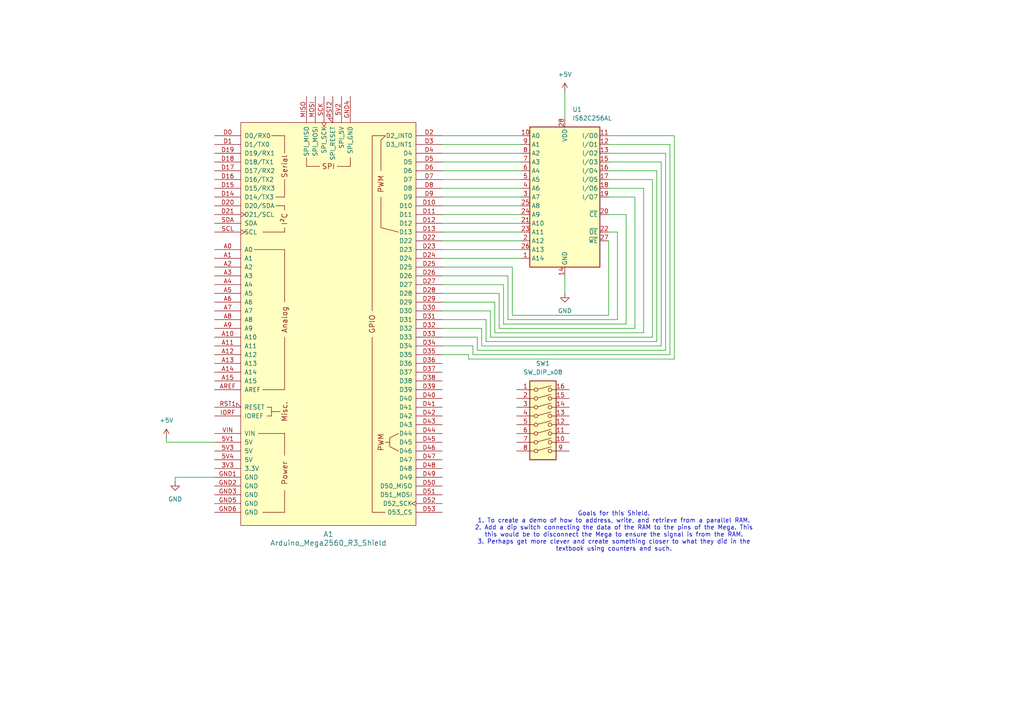
<source format=kicad_sch>
(kicad_sch (version 20231120) (generator "eeschema") (generator_version "8.0")
  (paper "A4")
  (lib_symbols
    (symbol "Memory_RAM:IS62C256AL"
      (property "Reference" "U" (at -9.144 21.844 0))
      (property "Value" "IS62C256AL" (at 8.128 21.844 0))
      (symbol "IS62C256AL_0_0"
        (pin power_in line (at 0 -22.86 90) (length 2.54) (name "GND") (number "14"))
      )
      (symbol "IS62C256AL_0_1"
        (rectangle (start -10.16 20.32) (end 10.16 -20.32) (stroke (width 0.254)) (fill (type background)))
      )
      (symbol "IS62C256AL_1_0"
        (pin power_in line (at 0 22.86 270) (length 2.54) (name "VDD") (number "28"))
      )
      (symbol "IS62C256AL_1_1"
        (pin input line (at -12.7 -17.78 0) (length 2.54) (name "A14") (number "1"))
        (pin input line (at -12.7 17.78 0) (length 2.54) (name "A0") (number "10"))
        (pin tri_state line (at 12.7 17.78 180) (length 2.54) (name "I/O0") (number "11"))
        (pin tri_state line (at 12.7 15.24 180) (length 2.54) (name "I/O1") (number "12"))
        (pin tri_state line (at 12.7 12.7 180) (length 2.54) (name "I/O2") (number "13"))
        (pin tri_state line (at 12.7 10.16 180) (length 2.54) (name "I/O3") (number "15"))
        (pin tri_state line (at 12.7 7.62 180) (length 2.54) (name "I/O4") (number "16"))
        (pin tri_state line (at 12.7 5.08 180) (length 2.54) (name "I/O5") (number "17"))
        (pin tri_state line (at 12.7 2.54 180) (length 2.54) (name "I/O6") (number "18"))
        (pin tri_state line (at 12.7 0 180) (length 2.54) (name "I/O7") (number "19"))
        (pin input line (at -12.7 -12.7 0) (length 2.54) (name "A12") (number "2"))
        (pin input line (at 12.7 -5.08 180) (length 2.54) (name "~{CE}") (number "20"))
        (pin input line (at -12.7 -7.62 0) (length 2.54) (name "A10") (number "21"))
        (pin input line (at 12.7 -10.16 180) (length 2.54) (name "~{OE}") (number "22"))
        (pin input line (at -12.7 -10.16 0) (length 2.54) (name "A11") (number "23"))
        (pin input line (at -12.7 -5.08 0) (length 2.54) (name "A9") (number "24"))
        (pin input line (at -12.7 -2.54 0) (length 2.54) (name "A8") (number "25"))
        (pin input line (at -12.7 -15.24 0) (length 2.54) (name "A13") (number "26"))
        (pin input line (at 12.7 -12.7 180) (length 2.54) (name "~{WE}") (number "27"))
        (pin input line (at -12.7 0 0) (length 2.54) (name "A7") (number "3"))
        (pin input line (at -12.7 2.54 0) (length 2.54) (name "A6") (number "4"))
        (pin input line (at -12.7 5.08 0) (length 2.54) (name "A5") (number "5"))
        (pin input line (at -12.7 7.62 0) (length 2.54) (name "A4") (number "6"))
        (pin input line (at -12.7 10.16 0) (length 2.54) (name "A3") (number "7"))
        (pin input line (at -12.7 12.7 0) (length 2.54) (name "A2") (number "8"))
        (pin input line (at -12.7 15.24 0) (length 2.54) (name "A1") (number "9"))
      )
    )
    (symbol "Switch:SW_DIP_x08" (pin_names (offset 0) hide)
      (property "Reference" "SW" (at 0 13.97 0))
      (property "Value" "SW_DIP_x08" (at 0 -11.43 0))
      (symbol "SW_DIP_x08_0_0"
        (circle (center -2.032 -7.62) (radius 0.508))
        (circle (center -2.032 -5.08) (radius 0.508))
        (circle (center -2.032 -2.54) (radius 0.508))
        (circle (center -2.032 0) (radius 0.508))
        (circle (center -2.032 2.54) (radius 0.508))
        (circle (center -2.032 5.08) (radius 0.508))
        (circle (center -2.032 7.62) (radius 0.508))
        (circle (center -2.032 10.16) (radius 0.508))
        (polyline (pts (xy -1.524 -7.4676) (xy 2.3622 -6.4262)))
        (polyline (pts (xy -1.524 -4.9276) (xy 2.3622 -3.8862)))
        (polyline (pts (xy -1.524 -2.3876) (xy 2.3622 -1.3462)))
        (polyline (pts (xy -1.524 0.127) (xy 2.3622 1.1684)))
        (polyline (pts (xy -1.524 2.667) (xy 2.3622 3.7084)))
        (polyline (pts (xy -1.524 5.207) (xy 2.3622 6.2484)))
        (polyline (pts (xy -1.524 7.747) (xy 2.3622 8.7884)))
        (polyline (pts (xy -1.524 10.287) (xy 2.3622 11.3284)))
        (circle (center 2.032 -7.62) (radius 0.508))
        (circle (center 2.032 -5.08) (radius 0.508))
        (circle (center 2.032 -2.54) (radius 0.508))
        (circle (center 2.032 0) (radius 0.508))
        (circle (center 2.032 2.54) (radius 0.508))
        (circle (center 2.032 5.08) (radius 0.508))
        (circle (center 2.032 7.62) (radius 0.508))
        (circle (center 2.032 10.16) (radius 0.508))
      )
      (symbol "SW_DIP_x08_0_1"
        (rectangle (start -3.81 12.7) (end 3.81 -10.16) (stroke (width 0.254)) (fill (type background)))
      )
      (symbol "SW_DIP_x08_1_1"
        (pin passive line (at -7.62 10.16 0) (length 5.08) (name "~") (number "1"))
        (pin passive line (at 7.62 -5.08 180) (length 5.08) (name "~") (number "10"))
        (pin passive line (at 7.62 -2.54 180) (length 5.08) (name "~") (number "11"))
        (pin passive line (at 7.62 0 180) (length 5.08) (name "~") (number "12"))
        (pin passive line (at 7.62 2.54 180) (length 5.08) (name "~") (number "13"))
        (pin passive line (at 7.62 5.08 180) (length 5.08) (name "~") (number "14"))
        (pin passive line (at 7.62 7.62 180) (length 5.08) (name "~") (number "15"))
        (pin passive line (at 7.62 10.16 180) (length 5.08) (name "~") (number "16"))
        (pin passive line (at -7.62 7.62 0) (length 5.08) (name "~") (number "2"))
        (pin passive line (at -7.62 5.08 0) (length 5.08) (name "~") (number "3"))
        (pin passive line (at -7.62 2.54 0) (length 5.08) (name "~") (number "4"))
        (pin passive line (at -7.62 0 0) (length 5.08) (name "~") (number "5"))
        (pin passive line (at -7.62 -2.54 0) (length 5.08) (name "~") (number "6"))
        (pin passive line (at -7.62 -5.08 0) (length 5.08) (name "~") (number "7"))
        (pin passive line (at -7.62 -7.62 0) (length 5.08) (name "~") (number "8"))
        (pin passive line (at 7.62 -7.62 180) (length 5.08) (name "~") (number "9"))
      )
    )
    (symbol "arduino-library:Arduino_Mega2560_R3_Shield" (pin_names (offset 1.016))
      (property "Reference" "A" (at 0 -62.23 0))
      (property "Value" "Arduino_Mega2560_R3_Shield" (at 0 -66.04 0))
      (symbol "Arduino_Mega2560_R3_Shield_0_0"
        (rectangle (start -25.4 -58.42) (end 25.4 58.42) (fill (type background)))
        (rectangle (start -20.32 -31.75) (end -12.7 -31.75))
        (rectangle (start -19.05 -54.61) (end -12.7 -54.61))
        (rectangle (start -19.05 -19.05) (end -12.7 -19.05))
        (rectangle (start -19.05 26.67) (end -12.7 26.67))
        (rectangle (start -17.78 -26.67) (end -16.51 -26.67))
        (rectangle (start -17.78 -24.13) (end -16.51 -24.13))
        (rectangle (start -16.51 -25.4) (end -13.97 -25.4))
        (rectangle (start -16.51 -24.13) (end -16.51 -26.67))
        (rectangle (start -16.51 54.61) (end -12.7 54.61))
        (rectangle (start -15.24 34.29) (end -12.7 34.29))
        (rectangle (start -15.24 36.83) (end -12.7 36.83))
        (rectangle (start -12.7 -54.61) (end -12.7 -48.26))
        (rectangle (start -12.7 -31.75) (end -12.7 -38.1))
        (rectangle (start -12.7 26.67) (end -12.7 27.94))
        (rectangle (start -12.7 34.29) (end -12.7 33.02))
        (rectangle (start -12.7 41.91) (end -12.7 36.83))
        (rectangle (start -12.7 49.53) (end -12.7 54.61))
        (rectangle (start -6.35 48.26) (end -6.35 45.72))
        (rectangle (start -2.54 45.72) (end -6.35 45.72))
        (polyline (pts (xy -21.59 21.59) (xy -12.7 21.59)))
        (polyline (pts (xy -12.7 -19.05) (xy -12.7 -3.81)))
        (polyline (pts (xy -12.7 6.35) (xy -12.7 21.59)))
        (polyline (pts (xy 12.7 -54.61) (xy 16.51 -54.61)))
        (polyline (pts (xy 12.7 54.61) (xy 16.51 54.61)))
        (polyline (pts (xy 17.78 -34.29) (xy 16.51 -34.29)))
        (polyline (pts (xy 15.24 36.83) (xy 15.24 27.94) (xy 20.32 26.67)))
        (polyline (pts (xy 15.24 44.45) (xy 15.24 53.34) (xy 16.51 54.61)))
        (polyline (pts (xy 20.32 -31.75) (xy 17.78 -33.02) (xy 17.78 -35.56) (xy 20.32 -36.83)))
        (rectangle (start 6.35 45.72) (end 2.54 45.72))
        (rectangle (start 6.35 48.26) (end 6.35 45.72))
        (text "Analog" (at -12.7 1.27 900) (effects (font (size 1.524 1.524))))
        (text "I²C" (at -12.7 30.48 900) (effects (font (size 1.524 1.524))))
        (text "Misc." (at -12.7 -25.4 900) (effects (font (size 1.524 1.524))))
        (text "Power" (at -12.7 -43.18 900) (effects (font (size 1.524 1.524))))
        (text "PWM" (at 15.24 -34.29 900) (effects (font (size 1.524 1.524))))
        (text "PWM" (at 15.24 40.64 900) (effects (font (size 1.524 1.524))))
        (text "Serial" (at -12.7 45.72 900) (effects (font (size 1.524 1.524))))
        (text "SPI" (at 0 45.72 0) (effects (font (size 1.524 1.524))))
      )
      (symbol "Arduino_Mega2560_R3_Shield_1_0"
        (rectangle (start 12.7 -54.61) (end 12.7 -3.81))
        (rectangle (start 12.7 54.61) (end 12.7 3.81))
        (text "GPIO" (at 12.7 0 900) (effects (font (size 1.524 1.524))))
      )
      (symbol "Arduino_Mega2560_R3_Shield_1_1"
        (pin power_out line (at -33.02 -41.91 0) (length 7.62) (name "3.3V") (number "3V3"))
        (pin power_in line (at -33.02 -34.29 0) (length 7.62) (name "5V") (number "5V1"))
        (pin power_in line (at 3.81 66.04 270) (length 7.62) (name "SPI_5V") (number "5V2"))
        (pin power_in line (at -33.02 -36.83 0) (length 7.62) (name "5V") (number "5V3"))
        (pin power_in line (at -33.02 -39.37 0) (length 7.62) (name "5V") (number "5V4"))
        (pin bidirectional line (at -33.02 21.59 0) (length 7.62) (name "A0") (number "A0"))
        (pin bidirectional line (at -33.02 19.05 0) (length 7.62) (name "A1") (number "A1"))
        (pin bidirectional line (at -33.02 -3.81 0) (length 7.62) (name "A10") (number "A10"))
        (pin bidirectional line (at -33.02 -6.35 0) (length 7.62) (name "A11") (number "A11"))
        (pin bidirectional line (at -33.02 -8.89 0) (length 7.62) (name "A12") (number "A12"))
        (pin bidirectional line (at -33.02 -11.43 0) (length 7.62) (name "A13") (number "A13"))
        (pin bidirectional line (at -33.02 -13.97 0) (length 7.62) (name "A14") (number "A14"))
        (pin bidirectional line (at -33.02 -16.51 0) (length 7.62) (name "A15") (number "A15"))
        (pin bidirectional line (at -33.02 16.51 0) (length 7.62) (name "A2") (number "A2"))
        (pin bidirectional line (at -33.02 13.97 0) (length 7.62) (name "A3") (number "A3"))
        (pin bidirectional line (at -33.02 11.43 0) (length 7.62) (name "A4") (number "A4"))
        (pin bidirectional line (at -33.02 8.89 0) (length 7.62) (name "A5") (number "A5"))
        (pin bidirectional line (at -33.02 6.35 0) (length 7.62) (name "A6") (number "A6"))
        (pin bidirectional line (at -33.02 3.81 0) (length 7.62) (name "A7") (number "A7"))
        (pin bidirectional line (at -33.02 1.27 0) (length 7.62) (name "A8") (number "A8"))
        (pin bidirectional line (at -33.02 -1.27 0) (length 7.62) (name "A9") (number "A9"))
        (pin input line (at -33.02 -19.05 0) (length 7.62) (name "AREF") (number "AREF"))
        (pin bidirectional line (at -33.02 54.61 0) (length 7.62) (name "D0/RX0") (number "D0"))
        (pin bidirectional line (at -33.02 52.07 0) (length 7.62) (name "D1/TX0") (number "D1"))
        (pin bidirectional line (at 33.02 34.29 180) (length 7.62) (name "D10") (number "D10"))
        (pin bidirectional line (at 33.02 31.75 180) (length 7.62) (name "D11") (number "D11"))
        (pin bidirectional line (at 33.02 29.21 180) (length 7.62) (name "D12") (number "D12"))
        (pin bidirectional line (at 33.02 26.67 180) (length 7.62) (name "D13") (number "D13"))
        (pin bidirectional line (at -33.02 36.83 0) (length 7.62) (name "D14/TX3") (number "D14"))
        (pin bidirectional line (at -33.02 39.37 0) (length 7.62) (name "D15/RX3") (number "D15"))
        (pin bidirectional line (at -33.02 41.91 0) (length 7.62) (name "D16/TX2") (number "D16"))
        (pin bidirectional line (at -33.02 44.45 0) (length 7.62) (name "D17/RX2") (number "D17"))
        (pin bidirectional line (at -33.02 46.99 0) (length 7.62) (name "D18/TX1") (number "D18"))
        (pin bidirectional line (at -33.02 49.53 0) (length 7.62) (name "D19/RX1") (number "D19"))
        (pin bidirectional line (at 33.02 54.61 180) (length 7.62) (name "D2_INT0") (number "D2"))
        (pin bidirectional line (at -33.02 34.29 0) (length 7.62) (name "D20/SDA") (number "D20"))
        (pin bidirectional clock (at -33.02 31.75 0) (length 7.62) (name "D21/SCL") (number "D21"))
        (pin bidirectional line (at 33.02 24.13 180) (length 7.62) (name "D22") (number "D22"))
        (pin bidirectional line (at 33.02 21.59 180) (length 7.62) (name "D23") (number "D23"))
        (pin bidirectional line (at 33.02 19.05 180) (length 7.62) (name "D24") (number "D24"))
        (pin bidirectional line (at 33.02 16.51 180) (length 7.62) (name "D25") (number "D25"))
        (pin bidirectional line (at 33.02 13.97 180) (length 7.62) (name "D26") (number "D26"))
        (pin bidirectional line (at 33.02 11.43 180) (length 7.62) (name "D27") (number "D27"))
        (pin bidirectional line (at 33.02 8.89 180) (length 7.62) (name "D28") (number "D28"))
        (pin bidirectional line (at 33.02 6.35 180) (length 7.62) (name "D29") (number "D29"))
        (pin bidirectional line (at 33.02 52.07 180) (length 7.62) (name "D3_INT1") (number "D3"))
        (pin bidirectional line (at 33.02 3.81 180) (length 7.62) (name "D30") (number "D30"))
        (pin bidirectional line (at 33.02 1.27 180) (length 7.62) (name "D31") (number "D31"))
        (pin bidirectional line (at 33.02 -1.27 180) (length 7.62) (name "D32") (number "D32"))
        (pin bidirectional line (at 33.02 -3.81 180) (length 7.62) (name "D33") (number "D33"))
        (pin bidirectional line (at 33.02 -6.35 180) (length 7.62) (name "D34") (number "D34"))
        (pin bidirectional line (at 33.02 -8.89 180) (length 7.62) (name "D35") (number "D35"))
        (pin bidirectional line (at 33.02 -11.43 180) (length 7.62) (name "D36") (number "D36"))
        (pin bidirectional line (at 33.02 -13.97 180) (length 7.62) (name "D37") (number "D37"))
        (pin bidirectional line (at 33.02 -16.51 180) (length 7.62) (name "D38") (number "D38"))
        (pin bidirectional line (at 33.02 -19.05 180) (length 7.62) (name "D39") (number "D39"))
        (pin bidirectional line (at 33.02 49.53 180) (length 7.62) (name "D4") (number "D4"))
        (pin bidirectional line (at 33.02 -21.59 180) (length 7.62) (name "D40") (number "D40"))
        (pin bidirectional line (at 33.02 -24.13 180) (length 7.62) (name "D41") (number "D41"))
        (pin bidirectional line (at 33.02 -26.67 180) (length 7.62) (name "D42") (number "D42"))
        (pin bidirectional line (at 33.02 -29.21 180) (length 7.62) (name "D43") (number "D43"))
        (pin bidirectional line (at 33.02 -31.75 180) (length 7.62) (name "D44") (number "D44"))
        (pin bidirectional line (at 33.02 -34.29 180) (length 7.62) (name "D45") (number "D45"))
        (pin bidirectional line (at 33.02 -36.83 180) (length 7.62) (name "D46") (number "D46"))
        (pin bidirectional line (at 33.02 -39.37 180) (length 7.62) (name "D47") (number "D47"))
        (pin bidirectional line (at 33.02 -41.91 180) (length 7.62) (name "D48") (number "D48"))
        (pin bidirectional line (at 33.02 -44.45 180) (length 7.62) (name "D49") (number "D49"))
        (pin bidirectional line (at 33.02 46.99 180) (length 7.62) (name "D5") (number "D5"))
        (pin bidirectional line (at 33.02 -46.99 180) (length 7.62) (name "D50_MISO") (number "D50"))
        (pin bidirectional line (at 33.02 -49.53 180) (length 7.62) (name "D51_MOSI") (number "D51"))
        (pin bidirectional clock (at 33.02 -52.07 180) (length 7.62) (name "D52_SCK") (number "D52"))
        (pin bidirectional line (at 33.02 -54.61 180) (length 7.62) (name "D53_CS") (number "D53"))
        (pin bidirectional line (at 33.02 44.45 180) (length 7.62) (name "D6") (number "D6"))
        (pin bidirectional line (at 33.02 41.91 180) (length 7.62) (name "D7") (number "D7"))
        (pin bidirectional line (at 33.02 39.37 180) (length 7.62) (name "D8") (number "D8"))
        (pin bidirectional line (at 33.02 36.83 180) (length 7.62) (name "D9") (number "D9"))
        (pin power_in line (at -33.02 -44.45 0) (length 7.62) (name "GND") (number "GND1"))
        (pin power_in line (at -33.02 -46.99 0) (length 7.62) (name "GND") (number "GND2"))
        (pin power_in line (at -33.02 -49.53 0) (length 7.62) (name "GND") (number "GND3"))
        (pin power_in line (at 6.35 66.04 270) (length 7.62) (name "SPI_GND") (number "GND4"))
        (pin power_in line (at -33.02 -52.07 0) (length 7.62) (name "GND") (number "GND5"))
        (pin power_in line (at -33.02 -54.61 0) (length 7.62) (name "GND") (number "GND6"))
        (pin output line (at -33.02 -26.67 0) (length 7.62) (name "IOREF") (number "IORF"))
        (pin input line (at -6.35 66.04 270) (length 7.62) (name "SPI_MISO") (number "MISO"))
        (pin output line (at -3.81 66.04 270) (length 7.62) (name "SPI_MOSI") (number "MOSI"))
        (pin open_collector input_low (at -33.02 -24.13 0) (length 7.62) (name "RESET") (number "RST1"))
        (pin open_collector input_low (at 1.27 66.04 270) (length 7.62) (name "SPI_RESET") (number "RST2"))
        (pin output clock (at -1.27 66.04 270) (length 7.62) (name "SPI_SCK") (number "SCK"))
        (pin bidirectional clock (at -33.02 26.67 0) (length 7.62) (name "SCL") (number "SCL"))
        (pin bidirectional line (at -33.02 29.21 0) (length 7.62) (name "SDA") (number "SDA"))
        (pin power_in line (at -33.02 -31.75 0) (length 7.62) (name "VIN") (number "VIN"))
      )
    )
    (symbol "power:+5V" (power) (pin_numbers hide) (pin_names (offset 0) hide)
      (property "Value" "+5V" (at 0 3.556 0))
      (symbol "+5V_0_1"
        (polyline (pts (xy -0.762 1.27) (xy 0 2.54)))
        (polyline (pts (xy 0 0) (xy 0 2.54)))
        (polyline (pts (xy 0 2.54) (xy 0.762 1.27)))
      )
      (symbol "+5V_1_1"
        (pin power_in line (at 0 0 90) (length 0) (name "~") (number "1"))
      )
    )
    (symbol "power:GND" (power) (pin_numbers hide) (pin_names (offset 0) hide)
      (property "Value" "GND" (at 0 -3.81 0))
      (symbol "GND_0_1"
        (polyline (pts (xy 0 0) (xy 0 -1.27) (xy 1.27 -1.27) (xy 0 -2.54) (xy -1.27 -1.27) (xy 0 -1.27)))
      )
      (symbol "GND_1_1"
        (pin power_in line (at 0 0 270) (length 0) (name "~") (number "1"))
      )
    )
  )
  (wire (pts (xy 135.89 104.14) (xy 135.89 102.87)))
  (wire (pts (xy 193.04 44.45) (xy 193.04 101.6)))
  (wire (pts (xy 147.32 92.71) (xy 147.32 80.01)))
  (wire (pts (xy 142.24 90.17) (xy 128.27 90.17)))
  (wire (pts (xy 62.23 128.27) (xy 48.26 128.27)))
  (wire (pts (xy 128.27 72.39) (xy 151.13 72.39)))
  (wire (pts (xy 195.58 104.14) (xy 135.89 104.14)))
  (wire (pts (xy 128.27 62.23) (xy 151.13 62.23)))
  (wire (pts (xy 186.69 54.61) (xy 186.69 96.52)))
  (wire (pts (xy 148.59 77.47) (xy 128.27 77.47)))
  (wire (pts (xy 48.26 128.27) (xy 48.26 127)))
  (wire (pts (xy 181.61 93.98) (xy 146.05 93.98)))
  (wire (pts (xy 62.23 138.43) (xy 50.8 138.43)))
  (wire (pts (xy 190.5 49.53) (xy 190.5 99.06)))
  (wire (pts (xy 139.7 95.25) (xy 128.27 95.25)))
  (wire (pts (xy 189.23 52.07) (xy 189.23 97.79)))
  (wire (pts (xy 191.77 46.99) (xy 191.77 100.33)))
  (wire (pts (xy 176.53 49.53) (xy 190.5 49.53)))
  (wire (pts (xy 176.53 62.23) (xy 181.61 62.23)))
  (wire (pts (xy 176.53 44.45) (xy 193.04 44.45)))
  (wire (pts (xy 179.07 92.71) (xy 147.32 92.71)))
  (wire (pts (xy 191.77 100.33) (xy 139.7 100.33)))
  (wire (pts (xy 176.53 67.31) (xy 179.07 67.31)))
  (wire (pts (xy 140.97 92.71) (xy 128.27 92.71)))
  (wire (pts (xy 137.16 102.87) (xy 137.16 100.33)))
  (wire (pts (xy 128.27 52.07) (xy 151.13 52.07)))
  (wire (pts (xy 140.97 99.06) (xy 140.97 92.71)))
  (wire (pts (xy 139.7 100.33) (xy 139.7 95.25)))
  (wire (pts (xy 50.8 138.43) (xy 50.8 139.7)))
  (wire (pts (xy 176.53 52.07) (xy 189.23 52.07)))
  (wire (pts (xy 128.27 59.69) (xy 151.13 59.69)))
  (wire (pts (xy 179.07 67.31) (xy 179.07 92.71)))
  (wire (pts (xy 128.27 67.31) (xy 151.13 67.31)))
  (wire (pts (xy 190.5 99.06) (xy 140.97 99.06)))
  (wire (pts (xy 163.83 26.67) (xy 163.83 34.29)))
  (wire (pts (xy 128.27 54.61) (xy 151.13 54.61)))
  (wire (pts (xy 143.51 96.52) (xy 143.51 87.63)))
  (wire (pts (xy 128.27 69.85) (xy 151.13 69.85)))
  (wire (pts (xy 163.83 80.01) (xy 163.83 85.09)))
  (wire (pts (xy 176.53 91.44) (xy 148.59 91.44)))
  (wire (pts (xy 147.32 80.01) (xy 128.27 80.01)))
  (wire (pts (xy 128.27 46.99) (xy 151.13 46.99)))
  (wire (pts (xy 135.89 102.87) (xy 128.27 102.87)))
  (wire (pts (xy 176.53 46.99) (xy 191.77 46.99)))
  (wire (pts (xy 143.51 87.63) (xy 128.27 87.63)))
  (wire (pts (xy 144.78 85.09) (xy 128.27 85.09)))
  (wire (pts (xy 128.27 44.45) (xy 151.13 44.45)))
  (wire (pts (xy 142.24 97.79) (xy 142.24 90.17)))
  (wire (pts (xy 194.31 102.87) (xy 137.16 102.87)))
  (wire (pts (xy 184.15 95.25) (xy 144.78 95.25)))
  (wire (pts (xy 137.16 100.33) (xy 128.27 100.33)))
  (wire (pts (xy 176.53 54.61) (xy 186.69 54.61)))
  (wire (pts (xy 146.05 82.55) (xy 128.27 82.55)))
  (wire (pts (xy 176.53 69.85) (xy 176.53 91.44)))
  (wire (pts (xy 176.53 57.15) (xy 184.15 57.15)))
  (wire (pts (xy 144.78 95.25) (xy 144.78 85.09)))
  (wire (pts (xy 128.27 49.53) (xy 151.13 49.53)))
  (wire (pts (xy 128.27 57.15) (xy 151.13 57.15)))
  (wire (pts (xy 138.43 101.6) (xy 138.43 97.79)))
  (wire (pts (xy 128.27 74.93) (xy 151.13 74.93)))
  (wire (pts (xy 128.27 39.37) (xy 151.13 39.37)))
  (wire (pts (xy 184.15 57.15) (xy 184.15 95.25)))
  (wire (pts (xy 176.53 41.91) (xy 194.31 41.91)))
  (wire (pts (xy 181.61 62.23) (xy 181.61 93.98)))
  (wire (pts (xy 138.43 97.79) (xy 128.27 97.79)))
  (wire (pts (xy 195.58 39.37) (xy 195.58 104.14)))
  (wire (pts (xy 128.27 41.91) (xy 151.13 41.91)))
  (wire (pts (xy 148.59 91.44) (xy 148.59 77.47)))
  (wire (pts (xy 186.69 96.52) (xy 143.51 96.52)))
  (wire (pts (xy 128.27 64.77) (xy 151.13 64.77)))
  (wire (pts (xy 189.23 97.79) (xy 142.24 97.79)))
  (wire (pts (xy 146.05 93.98) (xy 146.05 82.55)))
  (wire (pts (xy 193.04 101.6) (xy 138.43 101.6)))
  (wire (pts (xy 176.53 39.37) (xy 195.58 39.37)))
  (wire (pts (xy 194.31 41.91) (xy 194.31 102.87)))
  (text "Goals for this Shield.\n1. To create a demo of how to address, write, and retrieve from a parallel RAM.\n2. Add a dip switch connecting the data of the RAM to the pins of the Mega. This\nthis would be to disconnect the Mega to ensure the signal is from the RAM.\n3. Perhaps get more clever and create something closer to what they did in the\ntextbook using counters and such." (at 178.054 154.178 0) (effects (font (size 1.27 1.27))))
  (symbol (lib_id "power:GND") (at 50.8 139.7 0) (unit 1)
    (property "Reference" "#PWR04" (effects (hide yes)))
    (property "Value" "GND" (at 50.8 144.78 0))
    (property "Description" "Power symbol creates a global label with name \"GND\" , ground" (effects (hide yes)))
  )
  (symbol (lib_id "power:GND") (at 163.83 85.09 0) (unit 1)
    (property "Reference" "#PWR02" (effects (hide yes)))
    (property "Value" "GND" (at 163.83 90.17 0))
    (property "Description" "Power symbol creates a global label with name \"GND\" , ground" (effects (hide yes)))
  )
  (symbol (lib_id "power:+5V") (at 163.83 26.67 0) (unit 1)
    (property "Reference" "#PWR01" (effects (hide yes)))
    (property "Value" "+5V" (at 163.83 21.59 0))
    (property "Description" "Power symbol creates a global label with name \"+5V\"" (effects (hide yes)))
  )
  (symbol (lib_id "arduino-library:Arduino_Mega2560_R3_Shield") (at 95.25 93.98 0) (unit 1)
    (property "Reference" "A1" (at 95.25 154.94 0) (effects (font (size 1.524 1.524))))
    (property "Value" "Arduino_Mega2560_R3_Shield" (at 95.25 157.48 0) (effects (font (size 1.524 1.524))))
    (property "Footprint" "arduino-library:Arduino_Mega2560_R3_Shield" (effects (hide yes)))
    (property "Datasheet" "https://docs.arduino.cc/hardware/mega-2560" (effects (hide yes)))
    (property "Description" "Shield for Arduino Mega 2560 R3" (effects (hide yes)))
  )
  (symbol (lib_id "Switch:SW_DIP_x08") (at 157.48 123.19 0) (unit 1)
    (property "Reference" "SW1" (at 157.48 105.41 0))
    (property "Value" "SW_DIP_x08" (at 157.48 107.95 0))
    (property "Description" "8x DIP Switch, Single Pole Single Throw (SPST) switch, small symbol" (effects (hide yes)))
  )
  (symbol (lib_id "Memory_RAM:IS62C256AL") (at 163.83 57.15 0) (unit 1)
    (property "Reference" "U1" (at 166.0241 31.75 0) (effects (justify left)))
    (property "Value" "IS62C256AL" (at 166.0241 34.29 0) (effects (justify left)))
    (property "Footprint" "Package_SO:SOP-28_8.4x18.16mm_P1.27mm" (effects (hide yes)))
    (property "Datasheet" "https://www.issi.com/WW/pdf/62-65C256AL.pdf" (effects (hide yes)))
    (property "Description" "32Kx8 bit Low Power CMOS Static RAM, 25/45ns" (effects (hide yes)))
  )
  (symbol (lib_id "power:+5V") (at 48.26 127 0) (unit 1)
    (property "Reference" "#PWR03" (effects (hide yes)))
    (property "Value" "+5V" (at 48.26 121.92 0))
    (property "Description" "Power symbol creates a global label with name \"+5V\"" (effects (hide yes)))
  )
)
</source>
